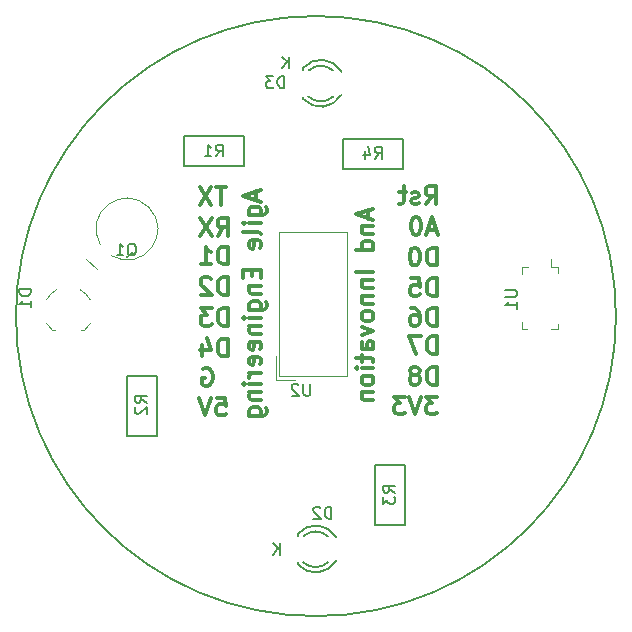
<source format=gbr>
%TF.GenerationSoftware,KiCad,Pcbnew,5.0.2+dfsg1-1~bpo9+1*%
%TF.CreationDate,2019-04-24T06:15:53+00:00*%
%TF.ProjectId,cointest,636f696e-7465-4737-942e-6b696361645f,rev?*%
%TF.SameCoordinates,Original*%
%TF.FileFunction,Legend,Bot*%
%TF.FilePolarity,Positive*%
%FSLAX46Y46*%
G04 Gerber Fmt 4.6, Leading zero omitted, Abs format (unit mm)*
G04 Created by KiCad (PCBNEW 5.0.2+dfsg1-1~bpo9+1) date Wed 24 Apr 2019 06:15:53 AM UTC*
%MOMM*%
%LPD*%
G01*
G04 APERTURE LIST*
%ADD10C,0.300000*%
%ADD11C,0.150000*%
%ADD12C,0.120000*%
%ADD13C,0.100000*%
G04 APERTURE END LIST*
D10*
X143125000Y-87305571D02*
X143125000Y-88019857D01*
X143553571Y-87162714D02*
X142053571Y-87662714D01*
X143553571Y-88162714D01*
X142553571Y-88662714D02*
X143553571Y-88662714D01*
X142696428Y-88662714D02*
X142625000Y-88734142D01*
X142553571Y-88877000D01*
X142553571Y-89091285D01*
X142625000Y-89234142D01*
X142767857Y-89305571D01*
X143553571Y-89305571D01*
X143553571Y-90662714D02*
X142053571Y-90662714D01*
X143482142Y-90662714D02*
X143553571Y-90519857D01*
X143553571Y-90234142D01*
X143482142Y-90091285D01*
X143410714Y-90019857D01*
X143267857Y-89948428D01*
X142839285Y-89948428D01*
X142696428Y-90019857D01*
X142625000Y-90091285D01*
X142553571Y-90234142D01*
X142553571Y-90519857D01*
X142625000Y-90662714D01*
X143553571Y-92519857D02*
X142053571Y-92519857D01*
X142553571Y-93234142D02*
X143553571Y-93234142D01*
X142696428Y-93234142D02*
X142625000Y-93305571D01*
X142553571Y-93448428D01*
X142553571Y-93662714D01*
X142625000Y-93805571D01*
X142767857Y-93877000D01*
X143553571Y-93877000D01*
X142553571Y-94591285D02*
X143553571Y-94591285D01*
X142696428Y-94591285D02*
X142625000Y-94662714D01*
X142553571Y-94805571D01*
X142553571Y-95019857D01*
X142625000Y-95162714D01*
X142767857Y-95234142D01*
X143553571Y-95234142D01*
X143553571Y-96162714D02*
X143482142Y-96019857D01*
X143410714Y-95948428D01*
X143267857Y-95877000D01*
X142839285Y-95877000D01*
X142696428Y-95948428D01*
X142625000Y-96019857D01*
X142553571Y-96162714D01*
X142553571Y-96377000D01*
X142625000Y-96519857D01*
X142696428Y-96591285D01*
X142839285Y-96662714D01*
X143267857Y-96662714D01*
X143410714Y-96591285D01*
X143482142Y-96519857D01*
X143553571Y-96377000D01*
X143553571Y-96162714D01*
X142553571Y-97162714D02*
X143553571Y-97519857D01*
X142553571Y-97877000D01*
X143553571Y-99091285D02*
X142767857Y-99091285D01*
X142625000Y-99019857D01*
X142553571Y-98877000D01*
X142553571Y-98591285D01*
X142625000Y-98448428D01*
X143482142Y-99091285D02*
X143553571Y-98948428D01*
X143553571Y-98591285D01*
X143482142Y-98448428D01*
X143339285Y-98377000D01*
X143196428Y-98377000D01*
X143053571Y-98448428D01*
X142982142Y-98591285D01*
X142982142Y-98948428D01*
X142910714Y-99091285D01*
X142553571Y-99591285D02*
X142553571Y-100162714D01*
X142053571Y-99805571D02*
X143339285Y-99805571D01*
X143482142Y-99877000D01*
X143553571Y-100019857D01*
X143553571Y-100162714D01*
X143553571Y-100662714D02*
X142553571Y-100662714D01*
X142053571Y-100662714D02*
X142125000Y-100591285D01*
X142196428Y-100662714D01*
X142125000Y-100734142D01*
X142053571Y-100662714D01*
X142196428Y-100662714D01*
X143553571Y-101591285D02*
X143482142Y-101448428D01*
X143410714Y-101377000D01*
X143267857Y-101305571D01*
X142839285Y-101305571D01*
X142696428Y-101377000D01*
X142625000Y-101448428D01*
X142553571Y-101591285D01*
X142553571Y-101805571D01*
X142625000Y-101948428D01*
X142696428Y-102019857D01*
X142839285Y-102091285D01*
X143267857Y-102091285D01*
X143410714Y-102019857D01*
X143482142Y-101948428D01*
X143553571Y-101805571D01*
X143553571Y-101591285D01*
X142553571Y-102734142D02*
X143553571Y-102734142D01*
X142696428Y-102734142D02*
X142625000Y-102805571D01*
X142553571Y-102948428D01*
X142553571Y-103162714D01*
X142625000Y-103305571D01*
X142767857Y-103377000D01*
X143553571Y-103377000D01*
X133600000Y-85714285D02*
X133600000Y-86428571D01*
X134028571Y-85571428D02*
X132528571Y-86071428D01*
X134028571Y-86571428D01*
X133028571Y-87714285D02*
X134242857Y-87714285D01*
X134385714Y-87642857D01*
X134457142Y-87571428D01*
X134528571Y-87428571D01*
X134528571Y-87214285D01*
X134457142Y-87071428D01*
X133957142Y-87714285D02*
X134028571Y-87571428D01*
X134028571Y-87285714D01*
X133957142Y-87142857D01*
X133885714Y-87071428D01*
X133742857Y-87000000D01*
X133314285Y-87000000D01*
X133171428Y-87071428D01*
X133100000Y-87142857D01*
X133028571Y-87285714D01*
X133028571Y-87571428D01*
X133100000Y-87714285D01*
X134028571Y-88428571D02*
X133028571Y-88428571D01*
X132528571Y-88428571D02*
X132600000Y-88357142D01*
X132671428Y-88428571D01*
X132600000Y-88500000D01*
X132528571Y-88428571D01*
X132671428Y-88428571D01*
X134028571Y-89357142D02*
X133957142Y-89214285D01*
X133814285Y-89142857D01*
X132528571Y-89142857D01*
X133957142Y-90500000D02*
X134028571Y-90357142D01*
X134028571Y-90071428D01*
X133957142Y-89928571D01*
X133814285Y-89857142D01*
X133242857Y-89857142D01*
X133100000Y-89928571D01*
X133028571Y-90071428D01*
X133028571Y-90357142D01*
X133100000Y-90500000D01*
X133242857Y-90571428D01*
X133385714Y-90571428D01*
X133528571Y-89857142D01*
X133242857Y-92357142D02*
X133242857Y-92857142D01*
X134028571Y-93071428D02*
X134028571Y-92357142D01*
X132528571Y-92357142D01*
X132528571Y-93071428D01*
X133028571Y-93714285D02*
X134028571Y-93714285D01*
X133171428Y-93714285D02*
X133100000Y-93785714D01*
X133028571Y-93928571D01*
X133028571Y-94142857D01*
X133100000Y-94285714D01*
X133242857Y-94357142D01*
X134028571Y-94357142D01*
X133028571Y-95714285D02*
X134242857Y-95714285D01*
X134385714Y-95642857D01*
X134457142Y-95571428D01*
X134528571Y-95428571D01*
X134528571Y-95214285D01*
X134457142Y-95071428D01*
X133957142Y-95714285D02*
X134028571Y-95571428D01*
X134028571Y-95285714D01*
X133957142Y-95142857D01*
X133885714Y-95071428D01*
X133742857Y-94999999D01*
X133314285Y-94999999D01*
X133171428Y-95071428D01*
X133100000Y-95142857D01*
X133028571Y-95285714D01*
X133028571Y-95571428D01*
X133100000Y-95714285D01*
X134028571Y-96428571D02*
X133028571Y-96428571D01*
X132528571Y-96428571D02*
X132600000Y-96357142D01*
X132671428Y-96428571D01*
X132600000Y-96499999D01*
X132528571Y-96428571D01*
X132671428Y-96428571D01*
X133028571Y-97142857D02*
X134028571Y-97142857D01*
X133171428Y-97142857D02*
X133100000Y-97214285D01*
X133028571Y-97357142D01*
X133028571Y-97571428D01*
X133100000Y-97714285D01*
X133242857Y-97785714D01*
X134028571Y-97785714D01*
X133957142Y-99071428D02*
X134028571Y-98928571D01*
X134028571Y-98642857D01*
X133957142Y-98499999D01*
X133814285Y-98428571D01*
X133242857Y-98428571D01*
X133100000Y-98499999D01*
X133028571Y-98642857D01*
X133028571Y-98928571D01*
X133100000Y-99071428D01*
X133242857Y-99142857D01*
X133385714Y-99142857D01*
X133528571Y-98428571D01*
X133957142Y-100357142D02*
X134028571Y-100214285D01*
X134028571Y-99928571D01*
X133957142Y-99785714D01*
X133814285Y-99714285D01*
X133242857Y-99714285D01*
X133100000Y-99785714D01*
X133028571Y-99928571D01*
X133028571Y-100214285D01*
X133100000Y-100357142D01*
X133242857Y-100428571D01*
X133385714Y-100428571D01*
X133528571Y-99714285D01*
X134028571Y-101071428D02*
X133028571Y-101071428D01*
X133314285Y-101071428D02*
X133171428Y-101142857D01*
X133100000Y-101214285D01*
X133028571Y-101357142D01*
X133028571Y-101499999D01*
X134028571Y-101999999D02*
X133028571Y-101999999D01*
X132528571Y-101999999D02*
X132600000Y-101928571D01*
X132671428Y-101999999D01*
X132600000Y-102071428D01*
X132528571Y-101999999D01*
X132671428Y-101999999D01*
X133028571Y-102714285D02*
X134028571Y-102714285D01*
X133171428Y-102714285D02*
X133100000Y-102785714D01*
X133028571Y-102928571D01*
X133028571Y-103142857D01*
X133100000Y-103285714D01*
X133242857Y-103357142D01*
X134028571Y-103357142D01*
X133028571Y-104714285D02*
X134242857Y-104714285D01*
X134385714Y-104642857D01*
X134457142Y-104571428D01*
X134528571Y-104428571D01*
X134528571Y-104214285D01*
X134457142Y-104071428D01*
X133957142Y-104714285D02*
X134028571Y-104571428D01*
X134028571Y-104285714D01*
X133957142Y-104142857D01*
X133885714Y-104071428D01*
X133742857Y-103999999D01*
X133314285Y-103999999D01*
X133171428Y-104071428D01*
X133100000Y-104142857D01*
X133028571Y-104285714D01*
X133028571Y-104571428D01*
X133100000Y-104714285D01*
D11*
X164084000Y-96266000D02*
G75*
G03X164084000Y-96266000I-25400000J0D01*
G01*
D10*
X148957142Y-103078571D02*
X148028571Y-103078571D01*
X148528571Y-103650000D01*
X148314285Y-103650000D01*
X148171428Y-103721428D01*
X148100000Y-103792857D01*
X148028571Y-103935714D01*
X148028571Y-104292857D01*
X148100000Y-104435714D01*
X148171428Y-104507142D01*
X148314285Y-104578571D01*
X148742857Y-104578571D01*
X148885714Y-104507142D01*
X148957142Y-104435714D01*
X147600000Y-103078571D02*
X147100000Y-104578571D01*
X146600000Y-103078571D01*
X146242857Y-103078571D02*
X145314285Y-103078571D01*
X145814285Y-103650000D01*
X145600000Y-103650000D01*
X145457142Y-103721428D01*
X145385714Y-103792857D01*
X145314285Y-103935714D01*
X145314285Y-104292857D01*
X145385714Y-104435714D01*
X145457142Y-104507142D01*
X145600000Y-104578571D01*
X146028571Y-104578571D01*
X146171428Y-104507142D01*
X146242857Y-104435714D01*
X148907142Y-102078571D02*
X148907142Y-100578571D01*
X148550000Y-100578571D01*
X148335714Y-100650000D01*
X148192857Y-100792857D01*
X148121428Y-100935714D01*
X148050000Y-101221428D01*
X148050000Y-101435714D01*
X148121428Y-101721428D01*
X148192857Y-101864285D01*
X148335714Y-102007142D01*
X148550000Y-102078571D01*
X148907142Y-102078571D01*
X147192857Y-101221428D02*
X147335714Y-101150000D01*
X147407142Y-101078571D01*
X147478571Y-100935714D01*
X147478571Y-100864285D01*
X147407142Y-100721428D01*
X147335714Y-100650000D01*
X147192857Y-100578571D01*
X146907142Y-100578571D01*
X146764285Y-100650000D01*
X146692857Y-100721428D01*
X146621428Y-100864285D01*
X146621428Y-100935714D01*
X146692857Y-101078571D01*
X146764285Y-101150000D01*
X146907142Y-101221428D01*
X147192857Y-101221428D01*
X147335714Y-101292857D01*
X147407142Y-101364285D01*
X147478571Y-101507142D01*
X147478571Y-101792857D01*
X147407142Y-101935714D01*
X147335714Y-102007142D01*
X147192857Y-102078571D01*
X146907142Y-102078571D01*
X146764285Y-102007142D01*
X146692857Y-101935714D01*
X146621428Y-101792857D01*
X146621428Y-101507142D01*
X146692857Y-101364285D01*
X146764285Y-101292857D01*
X146907142Y-101221428D01*
X148907142Y-99478571D02*
X148907142Y-97978571D01*
X148550000Y-97978571D01*
X148335714Y-98050000D01*
X148192857Y-98192857D01*
X148121428Y-98335714D01*
X148050000Y-98621428D01*
X148050000Y-98835714D01*
X148121428Y-99121428D01*
X148192857Y-99264285D01*
X148335714Y-99407142D01*
X148550000Y-99478571D01*
X148907142Y-99478571D01*
X147550000Y-97978571D02*
X146550000Y-97978571D01*
X147192857Y-99478571D01*
X148907142Y-97078571D02*
X148907142Y-95578571D01*
X148550000Y-95578571D01*
X148335714Y-95650000D01*
X148192857Y-95792857D01*
X148121428Y-95935714D01*
X148050000Y-96221428D01*
X148050000Y-96435714D01*
X148121428Y-96721428D01*
X148192857Y-96864285D01*
X148335714Y-97007142D01*
X148550000Y-97078571D01*
X148907142Y-97078571D01*
X146764285Y-95578571D02*
X147050000Y-95578571D01*
X147192857Y-95650000D01*
X147264285Y-95721428D01*
X147407142Y-95935714D01*
X147478571Y-96221428D01*
X147478571Y-96792857D01*
X147407142Y-96935714D01*
X147335714Y-97007142D01*
X147192857Y-97078571D01*
X146907142Y-97078571D01*
X146764285Y-97007142D01*
X146692857Y-96935714D01*
X146621428Y-96792857D01*
X146621428Y-96435714D01*
X146692857Y-96292857D01*
X146764285Y-96221428D01*
X146907142Y-96150000D01*
X147192857Y-96150000D01*
X147335714Y-96221428D01*
X147407142Y-96292857D01*
X147478571Y-96435714D01*
X148907142Y-94578571D02*
X148907142Y-93078571D01*
X148550000Y-93078571D01*
X148335714Y-93150000D01*
X148192857Y-93292857D01*
X148121428Y-93435714D01*
X148050000Y-93721428D01*
X148050000Y-93935714D01*
X148121428Y-94221428D01*
X148192857Y-94364285D01*
X148335714Y-94507142D01*
X148550000Y-94578571D01*
X148907142Y-94578571D01*
X146692857Y-93078571D02*
X147407142Y-93078571D01*
X147478571Y-93792857D01*
X147407142Y-93721428D01*
X147264285Y-93650000D01*
X146907142Y-93650000D01*
X146764285Y-93721428D01*
X146692857Y-93792857D01*
X146621428Y-93935714D01*
X146621428Y-94292857D01*
X146692857Y-94435714D01*
X146764285Y-94507142D01*
X146907142Y-94578571D01*
X147264285Y-94578571D01*
X147407142Y-94507142D01*
X147478571Y-94435714D01*
X148907142Y-91978571D02*
X148907142Y-90478571D01*
X148550000Y-90478571D01*
X148335714Y-90550000D01*
X148192857Y-90692857D01*
X148121428Y-90835714D01*
X148050000Y-91121428D01*
X148050000Y-91335714D01*
X148121428Y-91621428D01*
X148192857Y-91764285D01*
X148335714Y-91907142D01*
X148550000Y-91978571D01*
X148907142Y-91978571D01*
X147121428Y-90478571D02*
X146978571Y-90478571D01*
X146835714Y-90550000D01*
X146764285Y-90621428D01*
X146692857Y-90764285D01*
X146621428Y-91050000D01*
X146621428Y-91407142D01*
X146692857Y-91692857D01*
X146764285Y-91835714D01*
X146835714Y-91907142D01*
X146978571Y-91978571D01*
X147121428Y-91978571D01*
X147264285Y-91907142D01*
X147335714Y-91835714D01*
X147407142Y-91692857D01*
X147478571Y-91407142D01*
X147478571Y-91050000D01*
X147407142Y-90764285D01*
X147335714Y-90621428D01*
X147264285Y-90550000D01*
X147121428Y-90478571D01*
X148871428Y-88950000D02*
X148157142Y-88950000D01*
X149014285Y-89378571D02*
X148514285Y-87878571D01*
X148014285Y-89378571D01*
X147228571Y-87878571D02*
X147085714Y-87878571D01*
X146942857Y-87950000D01*
X146871428Y-88021428D01*
X146800000Y-88164285D01*
X146728571Y-88450000D01*
X146728571Y-88807142D01*
X146800000Y-89092857D01*
X146871428Y-89235714D01*
X146942857Y-89307142D01*
X147085714Y-89378571D01*
X147228571Y-89378571D01*
X147371428Y-89307142D01*
X147442857Y-89235714D01*
X147514285Y-89092857D01*
X147585714Y-88807142D01*
X147585714Y-88450000D01*
X147514285Y-88164285D01*
X147442857Y-88021428D01*
X147371428Y-87950000D01*
X147228571Y-87878571D01*
X147971428Y-86778571D02*
X148471428Y-86064285D01*
X148828571Y-86778571D02*
X148828571Y-85278571D01*
X148257142Y-85278571D01*
X148114285Y-85350000D01*
X148042857Y-85421428D01*
X147971428Y-85564285D01*
X147971428Y-85778571D01*
X148042857Y-85921428D01*
X148114285Y-85992857D01*
X148257142Y-86064285D01*
X148828571Y-86064285D01*
X147400000Y-86707142D02*
X147257142Y-86778571D01*
X146971428Y-86778571D01*
X146828571Y-86707142D01*
X146757142Y-86564285D01*
X146757142Y-86492857D01*
X146828571Y-86350000D01*
X146971428Y-86278571D01*
X147185714Y-86278571D01*
X147328571Y-86207142D01*
X147400000Y-86064285D01*
X147400000Y-85992857D01*
X147328571Y-85850000D01*
X147185714Y-85778571D01*
X146971428Y-85778571D01*
X146828571Y-85850000D01*
X146328571Y-85778571D02*
X145757142Y-85778571D01*
X146114285Y-85278571D02*
X146114285Y-86564285D01*
X146042857Y-86707142D01*
X145900000Y-86778571D01*
X145757142Y-86778571D01*
X130285714Y-103178571D02*
X131000000Y-103178571D01*
X131071428Y-103892857D01*
X131000000Y-103821428D01*
X130857142Y-103750000D01*
X130500000Y-103750000D01*
X130357142Y-103821428D01*
X130285714Y-103892857D01*
X130214285Y-104035714D01*
X130214285Y-104392857D01*
X130285714Y-104535714D01*
X130357142Y-104607142D01*
X130500000Y-104678571D01*
X130857142Y-104678571D01*
X131000000Y-104607142D01*
X131071428Y-104535714D01*
X129785714Y-103178571D02*
X129285714Y-104678571D01*
X128785714Y-103178571D01*
X129107142Y-100750000D02*
X129250000Y-100678571D01*
X129464285Y-100678571D01*
X129678571Y-100750000D01*
X129821428Y-100892857D01*
X129892857Y-101035714D01*
X129964285Y-101321428D01*
X129964285Y-101535714D01*
X129892857Y-101821428D01*
X129821428Y-101964285D01*
X129678571Y-102107142D01*
X129464285Y-102178571D01*
X129321428Y-102178571D01*
X129107142Y-102107142D01*
X129035714Y-102035714D01*
X129035714Y-101535714D01*
X129321428Y-101535714D01*
X131207142Y-99678571D02*
X131207142Y-98178571D01*
X130850000Y-98178571D01*
X130635714Y-98250000D01*
X130492857Y-98392857D01*
X130421428Y-98535714D01*
X130350000Y-98821428D01*
X130350000Y-99035714D01*
X130421428Y-99321428D01*
X130492857Y-99464285D01*
X130635714Y-99607142D01*
X130850000Y-99678571D01*
X131207142Y-99678571D01*
X129064285Y-98678571D02*
X129064285Y-99678571D01*
X129421428Y-98107142D02*
X129778571Y-99178571D01*
X128850000Y-99178571D01*
X131207142Y-97078571D02*
X131207142Y-95578571D01*
X130850000Y-95578571D01*
X130635714Y-95650000D01*
X130492857Y-95792857D01*
X130421428Y-95935714D01*
X130350000Y-96221428D01*
X130350000Y-96435714D01*
X130421428Y-96721428D01*
X130492857Y-96864285D01*
X130635714Y-97007142D01*
X130850000Y-97078571D01*
X131207142Y-97078571D01*
X129850000Y-95578571D02*
X128921428Y-95578571D01*
X129421428Y-96150000D01*
X129207142Y-96150000D01*
X129064285Y-96221428D01*
X128992857Y-96292857D01*
X128921428Y-96435714D01*
X128921428Y-96792857D01*
X128992857Y-96935714D01*
X129064285Y-97007142D01*
X129207142Y-97078571D01*
X129635714Y-97078571D01*
X129778571Y-97007142D01*
X129850000Y-96935714D01*
X131207142Y-94478571D02*
X131207142Y-92978571D01*
X130850000Y-92978571D01*
X130635714Y-93050000D01*
X130492857Y-93192857D01*
X130421428Y-93335714D01*
X130350000Y-93621428D01*
X130350000Y-93835714D01*
X130421428Y-94121428D01*
X130492857Y-94264285D01*
X130635714Y-94407142D01*
X130850000Y-94478571D01*
X131207142Y-94478571D01*
X129778571Y-93121428D02*
X129707142Y-93050000D01*
X129564285Y-92978571D01*
X129207142Y-92978571D01*
X129064285Y-93050000D01*
X128992857Y-93121428D01*
X128921428Y-93264285D01*
X128921428Y-93407142D01*
X128992857Y-93621428D01*
X129850000Y-94478571D01*
X128921428Y-94478571D01*
X131207142Y-91878571D02*
X131207142Y-90378571D01*
X130850000Y-90378571D01*
X130635714Y-90450000D01*
X130492857Y-90592857D01*
X130421428Y-90735714D01*
X130350000Y-91021428D01*
X130350000Y-91235714D01*
X130421428Y-91521428D01*
X130492857Y-91664285D01*
X130635714Y-91807142D01*
X130850000Y-91878571D01*
X131207142Y-91878571D01*
X128921428Y-91878571D02*
X129778571Y-91878571D01*
X129350000Y-91878571D02*
X129350000Y-90378571D01*
X129492857Y-90592857D01*
X129635714Y-90735714D01*
X129778571Y-90807142D01*
X130350000Y-89478571D02*
X130850000Y-88764285D01*
X131207142Y-89478571D02*
X131207142Y-87978571D01*
X130635714Y-87978571D01*
X130492857Y-88050000D01*
X130421428Y-88121428D01*
X130350000Y-88264285D01*
X130350000Y-88478571D01*
X130421428Y-88621428D01*
X130492857Y-88692857D01*
X130635714Y-88764285D01*
X131207142Y-88764285D01*
X129850000Y-87978571D02*
X128850000Y-89478571D01*
X128850000Y-87978571D02*
X129850000Y-89478571D01*
X131042857Y-85378571D02*
X130185714Y-85378571D01*
X130614285Y-86878571D02*
X130614285Y-85378571D01*
X129828571Y-85378571D02*
X128828571Y-86878571D01*
X128828571Y-85378571D02*
X129828571Y-86878571D01*
D11*
X137637611Y-114901247D02*
G75*
G02X139685500Y-114920500I1013889J-1079253D01*
G01*
X137164280Y-114673774D02*
G75*
G02X140401500Y-115020500I1497220J-1306726D01*
G01*
X139703506Y-117113568D02*
G75*
G02X137600500Y-117114500I-1052006J1133068D01*
G01*
X140379244Y-116984143D02*
G75*
G02X137151500Y-117300500I-1727744J1003643D01*
G01*
X137151500Y-117294500D02*
X137151500Y-117114500D01*
X137151500Y-114700500D02*
X137151500Y-114900500D01*
X137596000Y-75267000D02*
X137596000Y-75467000D01*
X137596000Y-77861000D02*
X137596000Y-77681000D01*
X140823744Y-77550643D02*
G75*
G02X137596000Y-77867000I-1727744J1003643D01*
G01*
X140148006Y-77680068D02*
G75*
G02X138045000Y-77681000I-1052006J1133068D01*
G01*
X137608780Y-75240274D02*
G75*
G02X140846000Y-75587000I1497220J-1306726D01*
G01*
X138082111Y-75467747D02*
G75*
G02X140130000Y-75487000I1013889J-1079253D01*
G01*
D12*
X135270000Y-101660000D02*
X136880000Y-101660000D01*
X135270000Y-101660000D02*
X135270000Y-99660000D01*
X135550000Y-89120000D02*
X135550000Y-101370000D01*
X141310000Y-89120000D02*
X135550000Y-89120000D01*
X141310000Y-101380000D02*
X141310000Y-89120000D01*
X135560000Y-101380000D02*
X141300000Y-101380000D01*
D11*
X127508000Y-83566000D02*
X132588000Y-83566000D01*
X132588000Y-83566000D02*
X132588000Y-81026000D01*
X132588000Y-81026000D02*
X127508000Y-81026000D01*
X127508000Y-81026000D02*
X127508000Y-83566000D01*
X125222000Y-106426000D02*
X125222000Y-101346000D01*
X125222000Y-101346000D02*
X122682000Y-101346000D01*
X122682000Y-101346000D02*
X122682000Y-106426000D01*
X122682000Y-106426000D02*
X125222000Y-106426000D01*
X146240500Y-108839000D02*
X143700500Y-108839000D01*
X146240500Y-113919000D02*
X146240500Y-108839000D01*
X143700500Y-113919000D02*
X146240500Y-113919000D01*
X143700500Y-108839000D02*
X143700500Y-113919000D01*
X146050000Y-81280000D02*
X140970000Y-81280000D01*
X140970000Y-81280000D02*
X140970000Y-83820000D01*
X140970000Y-83820000D02*
X146050000Y-83820000D01*
X146050000Y-83820000D02*
X146050000Y-81280000D01*
D13*
X121356478Y-91149693D02*
G75*
G03X120432000Y-90225000I1325522J2249693D01*
G01*
X119257000Y-91450000D02*
X120107000Y-92275000D01*
X115887385Y-96880467D02*
G75*
G03X116379000Y-97485000I1841615J995467D01*
G01*
X119085147Y-97492285D02*
G75*
G03X119579000Y-96885000I-1356147J1607285D01*
G01*
X116729000Y-94035000D02*
G75*
G03X115879000Y-94885000I1000000J-1850000D01*
G01*
X119579000Y-94885000D02*
G75*
G03X118729000Y-94035000I-1850000J-1000000D01*
G01*
X119079000Y-97485000D02*
X118829000Y-97485000D01*
X116379000Y-97485000D02*
X116629000Y-97485000D01*
X156145500Y-97352000D02*
X156570500Y-97352000D01*
X156145500Y-96802000D02*
X156145500Y-97352000D01*
X156145500Y-92127000D02*
X156620500Y-92127000D01*
X156145500Y-92702000D02*
X156145500Y-92127000D01*
X159195500Y-97352000D02*
X159195500Y-96927000D01*
X158620500Y-97352000D02*
X159195500Y-97352000D01*
X158570500Y-92127000D02*
X158570500Y-91452000D01*
X159195500Y-92127000D02*
X158570500Y-92127000D01*
X159195500Y-92652000D02*
X159195500Y-92127000D01*
D11*
X139998595Y-113406880D02*
X139998595Y-112406880D01*
X139760500Y-112406880D01*
X139617642Y-112454500D01*
X139522404Y-112549738D01*
X139474785Y-112644976D01*
X139427166Y-112835452D01*
X139427166Y-112978309D01*
X139474785Y-113168785D01*
X139522404Y-113264023D01*
X139617642Y-113359261D01*
X139760500Y-113406880D01*
X139998595Y-113406880D01*
X139046214Y-112502119D02*
X138998595Y-112454500D01*
X138903357Y-112406880D01*
X138665261Y-112406880D01*
X138570023Y-112454500D01*
X138522404Y-112502119D01*
X138474785Y-112597357D01*
X138474785Y-112692595D01*
X138522404Y-112835452D01*
X139093833Y-113406880D01*
X138474785Y-113406880D01*
X135643904Y-116466880D02*
X135643904Y-115466880D01*
X135072476Y-116466880D02*
X135501047Y-115895452D01*
X135072476Y-115466880D02*
X135643904Y-116038309D01*
X135993095Y-76969880D02*
X135993095Y-75969880D01*
X135755000Y-75969880D01*
X135612142Y-76017500D01*
X135516904Y-76112738D01*
X135469285Y-76207976D01*
X135421666Y-76398452D01*
X135421666Y-76541309D01*
X135469285Y-76731785D01*
X135516904Y-76827023D01*
X135612142Y-76922261D01*
X135755000Y-76969880D01*
X135993095Y-76969880D01*
X135088333Y-75969880D02*
X134469285Y-75969880D01*
X134802619Y-76350833D01*
X134659761Y-76350833D01*
X134564523Y-76398452D01*
X134516904Y-76446071D01*
X134469285Y-76541309D01*
X134469285Y-76779404D01*
X134516904Y-76874642D01*
X134564523Y-76922261D01*
X134659761Y-76969880D01*
X134945476Y-76969880D01*
X135040714Y-76922261D01*
X135088333Y-76874642D01*
X136366904Y-75293380D02*
X136366904Y-74293380D01*
X135795476Y-75293380D02*
X136224047Y-74721952D01*
X135795476Y-74293380D02*
X136366904Y-74864809D01*
X138191904Y-102012380D02*
X138191904Y-102821904D01*
X138144285Y-102917142D01*
X138096666Y-102964761D01*
X138001428Y-103012380D01*
X137810952Y-103012380D01*
X137715714Y-102964761D01*
X137668095Y-102917142D01*
X137620476Y-102821904D01*
X137620476Y-102012380D01*
X137191904Y-102107619D02*
X137144285Y-102060000D01*
X137049047Y-102012380D01*
X136810952Y-102012380D01*
X136715714Y-102060000D01*
X136668095Y-102107619D01*
X136620476Y-102202857D01*
X136620476Y-102298095D01*
X136668095Y-102440952D01*
X137239523Y-103012380D01*
X136620476Y-103012380D01*
X130214666Y-82748380D02*
X130548000Y-82272190D01*
X130786095Y-82748380D02*
X130786095Y-81748380D01*
X130405142Y-81748380D01*
X130309904Y-81796000D01*
X130262285Y-81843619D01*
X130214666Y-81938857D01*
X130214666Y-82081714D01*
X130262285Y-82176952D01*
X130309904Y-82224571D01*
X130405142Y-82272190D01*
X130786095Y-82272190D01*
X129262285Y-82748380D02*
X129833714Y-82748380D01*
X129548000Y-82748380D02*
X129548000Y-81748380D01*
X129643238Y-81891238D01*
X129738476Y-81986476D01*
X129833714Y-82034095D01*
X124340880Y-103592333D02*
X123864690Y-103259000D01*
X124340880Y-103020904D02*
X123340880Y-103020904D01*
X123340880Y-103401857D01*
X123388500Y-103497095D01*
X123436119Y-103544714D01*
X123531357Y-103592333D01*
X123674214Y-103592333D01*
X123769452Y-103544714D01*
X123817071Y-103497095D01*
X123864690Y-103401857D01*
X123864690Y-103020904D01*
X123436119Y-103973285D02*
X123388500Y-104020904D01*
X123340880Y-104116142D01*
X123340880Y-104354238D01*
X123388500Y-104449476D01*
X123436119Y-104497095D01*
X123531357Y-104544714D01*
X123626595Y-104544714D01*
X123769452Y-104497095D01*
X124340880Y-103925666D01*
X124340880Y-104544714D01*
X145359380Y-111212333D02*
X144883190Y-110879000D01*
X145359380Y-110640904D02*
X144359380Y-110640904D01*
X144359380Y-111021857D01*
X144407000Y-111117095D01*
X144454619Y-111164714D01*
X144549857Y-111212333D01*
X144692714Y-111212333D01*
X144787952Y-111164714D01*
X144835571Y-111117095D01*
X144883190Y-111021857D01*
X144883190Y-110640904D01*
X144359380Y-111545666D02*
X144359380Y-112164714D01*
X144740333Y-111831380D01*
X144740333Y-111974238D01*
X144787952Y-112069476D01*
X144835571Y-112117095D01*
X144930809Y-112164714D01*
X145168904Y-112164714D01*
X145264142Y-112117095D01*
X145311761Y-112069476D01*
X145359380Y-111974238D01*
X145359380Y-111688523D01*
X145311761Y-111593285D01*
X145264142Y-111545666D01*
X143676666Y-82938880D02*
X144010000Y-82462690D01*
X144248095Y-82938880D02*
X144248095Y-81938880D01*
X143867142Y-81938880D01*
X143771904Y-81986500D01*
X143724285Y-82034119D01*
X143676666Y-82129357D01*
X143676666Y-82272214D01*
X143724285Y-82367452D01*
X143771904Y-82415071D01*
X143867142Y-82462690D01*
X144248095Y-82462690D01*
X142819523Y-82272214D02*
X142819523Y-82938880D01*
X143057619Y-81891261D02*
X143295714Y-82605547D01*
X142676666Y-82605547D01*
X122713738Y-91225619D02*
X122808976Y-91178000D01*
X122904214Y-91082761D01*
X123047071Y-90939904D01*
X123142309Y-90892285D01*
X123237547Y-90892285D01*
X123189928Y-91130380D02*
X123285166Y-91082761D01*
X123380404Y-90987523D01*
X123428023Y-90797047D01*
X123428023Y-90463714D01*
X123380404Y-90273238D01*
X123285166Y-90178000D01*
X123189928Y-90130380D01*
X122999452Y-90130380D01*
X122904214Y-90178000D01*
X122808976Y-90273238D01*
X122761357Y-90463714D01*
X122761357Y-90797047D01*
X122808976Y-90987523D01*
X122904214Y-91082761D01*
X122999452Y-91130380D01*
X123189928Y-91130380D01*
X121808976Y-91130380D02*
X122380404Y-91130380D01*
X122094690Y-91130380D02*
X122094690Y-90130380D01*
X122189928Y-90273238D01*
X122285166Y-90368476D01*
X122380404Y-90416095D01*
X114561880Y-94003904D02*
X113561880Y-94003904D01*
X113561880Y-94242000D01*
X113609500Y-94384857D01*
X113704738Y-94480095D01*
X113799976Y-94527714D01*
X113990452Y-94575333D01*
X114133309Y-94575333D01*
X114323785Y-94527714D01*
X114419023Y-94480095D01*
X114514261Y-94384857D01*
X114561880Y-94242000D01*
X114561880Y-94003904D01*
X114561880Y-95527714D02*
X114561880Y-94956285D01*
X114561880Y-95242000D02*
X113561880Y-95242000D01*
X113704738Y-95146761D01*
X113799976Y-95051523D01*
X113847595Y-94956285D01*
X154697880Y-94065095D02*
X155507404Y-94065095D01*
X155602642Y-94112714D01*
X155650261Y-94160333D01*
X155697880Y-94255571D01*
X155697880Y-94446047D01*
X155650261Y-94541285D01*
X155602642Y-94588904D01*
X155507404Y-94636523D01*
X154697880Y-94636523D01*
X155697880Y-95636523D02*
X155697880Y-95065095D01*
X155697880Y-95350809D02*
X154697880Y-95350809D01*
X154840738Y-95255571D01*
X154935976Y-95160333D01*
X154983595Y-95065095D01*
M02*

</source>
